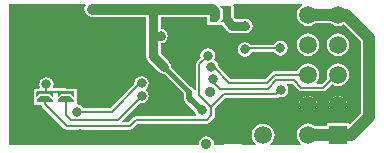
<source format=gbl>
G04 Layer_Physical_Order=2*
G04 Layer_Color=16711680*
%FSLAX25Y25*%
%MOIN*%
G70*
G01*
G75*
%ADD28C,0.01500*%
%ADD29C,0.00800*%
%ADD31C,0.02000*%
%ADD36C,0.03000*%
%ADD37R,0.05906X0.05906*%
%ADD38C,0.05906*%
%ADD39R,0.05906X0.05906*%
%ADD40C,0.03500*%
%ADD41C,0.03200*%
%ADD42C,0.01969*%
%ADD43C,0.02500*%
%ADD44R,0.05512X0.00787*%
%ADD45R,0.00787X0.05512*%
%ADD46C,0.04000*%
%ADD47C,0.03500*%
%ADD48R,0.02362X0.05512*%
G36*
X16536Y18207D02*
X15552Y19193D01*
X12008Y19193D01*
X11024Y18209D01*
X11023Y19685D01*
X16536D01*
X16536Y18207D01*
D02*
G37*
G36*
X23623D02*
X22638Y19193D01*
X19094Y19193D01*
X18111Y18209D01*
X18110Y19685D01*
X23622D01*
X23623Y18207D01*
D02*
G37*
G36*
X16535Y17028D02*
X11023D01*
X12303Y18307D01*
X15256D01*
X16535Y17028D01*
D02*
G37*
G36*
X23622D02*
X18110D01*
X19390Y18307D01*
X22342D01*
X23622Y17028D01*
D02*
G37*
G36*
X99490Y49142D02*
X99582Y48713D01*
X98898Y48188D01*
X98297Y47404D01*
X97919Y46492D01*
X97790Y45512D01*
X97919Y44532D01*
X98297Y43619D01*
X98898Y42835D01*
X99682Y42234D01*
X100595Y41856D01*
X101575Y41727D01*
X102555Y41856D01*
X103467Y42234D01*
X104059Y42688D01*
X109091D01*
X109682Y42234D01*
X110595Y41856D01*
X111575Y41727D01*
X112555Y41856D01*
X113467Y42234D01*
X113526Y42279D01*
X119223Y36583D01*
Y12681D01*
X115666Y9124D01*
X115328Y9265D01*
Y9265D01*
X107822D01*
Y8336D01*
X104059D01*
X103467Y8790D01*
X102555Y9168D01*
X101575Y9297D01*
X100595Y9168D01*
X99682Y8790D01*
X98898Y8188D01*
X98297Y7404D01*
X97919Y6492D01*
X97790Y5512D01*
X97919Y4532D01*
X98297Y3619D01*
X98898Y2835D01*
X99376Y2468D01*
X99207Y1969D01*
X89130D01*
X88961Y2468D01*
X89320Y2745D01*
X89922Y3528D01*
X90300Y4441D01*
X90429Y5421D01*
X90300Y6401D01*
X89922Y7314D01*
X89320Y8098D01*
X88537Y8699D01*
X87624Y9077D01*
X86644Y9206D01*
X85664Y9077D01*
X84751Y8699D01*
X83967Y8098D01*
X83366Y7314D01*
X82988Y6401D01*
X82859Y5421D01*
X82988Y4441D01*
X83366Y3528D01*
X83967Y2745D01*
X84327Y2468D01*
X84158Y1969D01*
X79597D01*
X79597Y2468D01*
X79597Y2468D01*
Y4921D01*
X73691D01*
Y2468D01*
X73691Y2468D01*
X73691Y1969D01*
X70632D01*
X70315Y2355D01*
X70316Y2362D01*
X70119Y3357D01*
X69555Y4201D01*
X68712Y4764D01*
X67716Y4962D01*
X66722Y4764D01*
X65878Y4201D01*
X65315Y3357D01*
X65117Y2362D01*
X65118Y2355D01*
X64801Y1969D01*
X1969D01*
Y49213D01*
X27213D01*
X27481Y48713D01*
X27218Y48320D01*
X27020Y47325D01*
X27218Y46330D01*
X27782Y45486D01*
X28625Y44923D01*
X29620Y44725D01*
X47725D01*
Y38441D01*
Y31625D01*
X47903Y30727D01*
X48412Y29967D01*
X51962Y26417D01*
X52723Y25908D01*
X53620Y25730D01*
X53712Y25748D01*
X60165Y19295D01*
Y17695D01*
X60304Y16993D01*
X60702Y16397D01*
X63710Y13389D01*
X63859Y12638D01*
X64213Y12110D01*
X63945Y11610D01*
X44181D01*
X43713Y11517D01*
X43316Y11251D01*
X41663Y9598D01*
X39730D01*
X39539Y10060D01*
X45538Y16060D01*
X46136Y15941D01*
X47072Y16127D01*
X47866Y16657D01*
X48397Y17451D01*
X48583Y18388D01*
X48397Y19324D01*
X47866Y20118D01*
X47689Y20237D01*
Y20737D01*
X47850Y20844D01*
X48381Y21638D01*
X48567Y22575D01*
X48381Y23511D01*
X47850Y24305D01*
X47056Y24836D01*
X46120Y25022D01*
X45184Y24836D01*
X44390Y24305D01*
X43859Y23511D01*
X43673Y22575D01*
X43709Y22394D01*
X35741Y14426D01*
X26675D01*
X26337Y14933D01*
X25543Y15464D01*
X24606Y15650D01*
X24422Y15801D01*
Y16949D01*
X24438Y17028D01*
X24422Y17106D01*
Y17828D01*
X24422D01*
X24438Y18207D01*
X24438Y18207D01*
X24438Y18207D01*
X24438Y18321D01*
X24438Y19685D01*
X24422Y19765D01*
Y20879D01*
X21016D01*
X20866Y20909D01*
X16910D01*
X16648Y21409D01*
X16817Y22259D01*
X16631Y23195D01*
X16100Y23989D01*
X15306Y24520D01*
X14370Y24706D01*
X13434Y24520D01*
X12640Y23989D01*
X12109Y23195D01*
X11923Y22259D01*
X12098Y21379D01*
X12058Y21221D01*
X11875Y20879D01*
X10224D01*
Y19765D01*
X10208Y19685D01*
X10208Y19685D01*
X10208Y19685D01*
X10208Y18209D01*
X10208Y18209D01*
X10223Y17828D01*
X10223Y17828D01*
Y17106D01*
X10208Y17028D01*
X10223Y16949D01*
Y15440D01*
X12617D01*
X12649Y15280D01*
X12914Y14883D01*
X20288Y7510D01*
X20685Y7244D01*
X21153Y7151D01*
X42170D01*
X42638Y7244D01*
X43035Y7510D01*
X44688Y9163D01*
X67796D01*
X68265Y9256D01*
X68661Y9521D01*
X70223Y11082D01*
X70488Y11479D01*
X70581Y11947D01*
Y14330D01*
X73940Y17689D01*
X90960D01*
X91428Y17783D01*
X91825Y18048D01*
X91922Y18144D01*
X92520Y18025D01*
X93456Y18212D01*
X94250Y18742D01*
X94780Y19536D01*
X94967Y20472D01*
X94780Y21409D01*
X94453Y21899D01*
X94721Y22399D01*
X96336D01*
X98425Y20310D01*
X98822Y20044D01*
X99290Y19951D01*
X106737D01*
X107206Y20044D01*
X107603Y20310D01*
X109594Y22301D01*
X109682Y22234D01*
X110595Y21856D01*
X111575Y21727D01*
X112555Y21856D01*
X113467Y22234D01*
X114251Y22835D01*
X114853Y23619D01*
X115231Y24532D01*
X115360Y25512D01*
X115231Y26491D01*
X114853Y27404D01*
X114251Y28188D01*
X113467Y28790D01*
X112555Y29168D01*
X111575Y29297D01*
X110595Y29168D01*
X109682Y28790D01*
X108898Y28188D01*
X108297Y27404D01*
X107919Y26491D01*
X107790Y25512D01*
X107919Y24532D01*
X108049Y24217D01*
X106231Y22398D01*
X104418D01*
X104300Y22898D01*
X104853Y23619D01*
X105231Y24532D01*
X105360Y25512D01*
X105231Y26491D01*
X104853Y27404D01*
X104251Y28188D01*
X103467Y28790D01*
X102555Y29168D01*
X101575Y29297D01*
X100595Y29168D01*
X99682Y28790D01*
X98898Y28188D01*
X98297Y27404D01*
X98020Y26735D01*
X90569D01*
X90101Y26642D01*
X89704Y26377D01*
X87375Y24048D01*
X75713D01*
X71813Y27949D01*
X71817Y27968D01*
X71631Y28905D01*
X71100Y29699D01*
X70456Y30130D01*
X70318Y30698D01*
X70450Y30895D01*
X70636Y31832D01*
X70450Y32768D01*
X69919Y33562D01*
X69125Y34093D01*
X68189Y34279D01*
X67252Y34093D01*
X66459Y33562D01*
X65928Y32768D01*
X65742Y31832D01*
X65861Y31234D01*
X64505Y29878D01*
X64240Y29481D01*
X64147Y29013D01*
Y20554D01*
X63955Y20487D01*
X63647Y20470D01*
X63298Y20993D01*
X62702Y21390D01*
X62499Y21431D01*
X55947Y27983D01*
X55965Y28075D01*
X55787Y28972D01*
X55278Y29733D01*
X52415Y32596D01*
Y35936D01*
X52486Y35994D01*
X53423Y36180D01*
X54217Y36711D01*
X54747Y37505D01*
X54933Y38441D01*
X54747Y39378D01*
X54217Y40171D01*
X53423Y40702D01*
X52486Y40888D01*
X52415Y40947D01*
Y44725D01*
X67787D01*
Y42913D01*
X67849Y42601D01*
X68026Y42337D01*
X68290Y42160D01*
X68602Y42098D01*
X70965D01*
X71045Y42114D01*
X71764D01*
Y42114D01*
X72144Y42097D01*
X72144Y42097D01*
X72145Y42097D01*
X72258Y42097D01*
X72850Y42097D01*
X73158Y41636D01*
X74357Y40437D01*
X74648Y40002D01*
X75441Y39472D01*
X76378Y39285D01*
X76890Y39387D01*
X80196D01*
X80709Y39285D01*
X81645Y39472D01*
X82439Y40002D01*
X82969Y40796D01*
X83156Y41732D01*
X82969Y42669D01*
X82439Y43463D01*
X81645Y43993D01*
X80709Y44179D01*
X80196Y44077D01*
X77349D01*
X76800Y44627D01*
Y48425D01*
X76743Y48713D01*
X76741Y48743D01*
X77022Y49213D01*
X99452D01*
X99490Y49142D01*
D02*
G37*
G36*
X73622Y42913D02*
X72144Y42913D01*
X73130Y43897D01*
X73130Y47441D01*
X72146Y48425D01*
X73622Y48425D01*
Y42913D01*
D02*
G37*
G36*
X72244Y47146D02*
Y44193D01*
X70965Y42914D01*
Y48425D01*
X72244Y47146D01*
D02*
G37*
%LPC*%
G36*
X111075Y15012D02*
X108662D01*
X108698Y14741D01*
X108996Y14023D01*
X109469Y13406D01*
X110086Y12933D01*
X110804Y12635D01*
X111075Y12599D01*
Y15012D01*
D02*
G37*
G36*
X104487D02*
X102075D01*
Y12599D01*
X102346Y12635D01*
X103064Y12933D01*
X103681Y13406D01*
X104154Y14023D01*
X104452Y14741D01*
X104487Y15012D01*
D02*
G37*
G36*
X114487D02*
X112075D01*
Y12599D01*
X112346Y12635D01*
X113064Y12933D01*
X113681Y13406D01*
X114154Y14023D01*
X114452Y14741D01*
X114487Y15012D01*
D02*
G37*
G36*
X101075D02*
X98662D01*
X98698Y14741D01*
X98996Y14023D01*
X99469Y13406D01*
X100086Y12933D01*
X100804Y12635D01*
X101075Y12599D01*
Y15012D01*
D02*
G37*
G36*
X79597Y8374D02*
X77144D01*
Y5921D01*
X79597D01*
Y8374D01*
D02*
G37*
G36*
X76144D02*
X73691D01*
Y5921D01*
X76144D01*
Y8374D01*
D02*
G37*
G36*
X101075Y18424D02*
X100804Y18389D01*
X100086Y18091D01*
X99469Y17618D01*
X98996Y17001D01*
X98698Y16283D01*
X98662Y16012D01*
X101075D01*
Y18424D01*
D02*
G37*
G36*
X92370Y36772D02*
X91434Y36586D01*
X90640Y36055D01*
X90301Y35548D01*
X82335D01*
X82272Y35643D01*
X81478Y36173D01*
X80541Y36359D01*
X79605Y36173D01*
X78811Y35643D01*
X78281Y34849D01*
X78094Y33912D01*
X78281Y32976D01*
X78811Y32182D01*
X79605Y31651D01*
X80541Y31465D01*
X81478Y31651D01*
X82272Y32182D01*
X82802Y32976D01*
X82827Y33101D01*
X90301D01*
X90640Y32594D01*
X91434Y32064D01*
X92370Y31878D01*
X93306Y32064D01*
X94100Y32594D01*
X94631Y33388D01*
X94817Y34325D01*
X94631Y35261D01*
X94100Y36055D01*
X93306Y36586D01*
X92370Y36772D01*
D02*
G37*
G36*
X101575Y39297D02*
X100595Y39168D01*
X99682Y38790D01*
X98898Y38188D01*
X98297Y37404D01*
X97919Y36492D01*
X97790Y35512D01*
X97919Y34532D01*
X98297Y33619D01*
X98898Y32835D01*
X99682Y32234D01*
X100595Y31856D01*
X101575Y31727D01*
X102555Y31856D01*
X103467Y32234D01*
X104251Y32835D01*
X104853Y33619D01*
X105231Y34532D01*
X105360Y35512D01*
X105231Y36492D01*
X104853Y37404D01*
X104251Y38188D01*
X103467Y38790D01*
X102555Y39168D01*
X101575Y39297D01*
D02*
G37*
G36*
X111575D02*
X110595Y39168D01*
X109682Y38790D01*
X108898Y38188D01*
X108297Y37404D01*
X107919Y36492D01*
X107790Y35512D01*
X107919Y34532D01*
X108297Y33619D01*
X108898Y32835D01*
X109682Y32234D01*
X110595Y31856D01*
X111575Y31727D01*
X112555Y31856D01*
X113467Y32234D01*
X114251Y32835D01*
X114853Y33619D01*
X115231Y34532D01*
X115360Y35512D01*
X115231Y36492D01*
X114853Y37404D01*
X114251Y38188D01*
X113467Y38790D01*
X112555Y39168D01*
X111575Y39297D01*
D02*
G37*
G36*
X111075Y18424D02*
X110804Y18389D01*
X110086Y18091D01*
X109469Y17618D01*
X108996Y17001D01*
X108698Y16283D01*
X108662Y16012D01*
X111075D01*
Y18424D01*
D02*
G37*
G36*
X102075D02*
Y16012D01*
X104487D01*
X104452Y16283D01*
X104154Y17001D01*
X103681Y17618D01*
X103064Y18091D01*
X102346Y18389D01*
X102075Y18424D01*
D02*
G37*
G36*
X112075D02*
Y16012D01*
X114487D01*
X114452Y16283D01*
X114154Y17001D01*
X113681Y17618D01*
X113064Y18091D01*
X112346Y18389D01*
X112075Y18424D01*
D02*
G37*
%LPD*%
D28*
X53620Y28075D02*
X62000Y19695D01*
D29*
X42170Y8375D02*
X44181Y10386D01*
X36248Y13203D02*
X45620Y22575D01*
X24606Y13203D02*
X36248D01*
X22460Y10403D02*
X38151D01*
X20866Y11997D02*
X22460Y10403D01*
X13779Y16634D02*
Y17028D01*
Y15748D02*
Y16634D01*
Y15748D02*
X21153Y8375D01*
X42170D01*
X13780Y19685D02*
X20866D01*
X13780D02*
X14370Y20276D01*
Y22259D01*
X87882Y22825D02*
X90569Y25512D01*
X90942Y23622D02*
X96843D01*
X90960Y18913D02*
X92520Y20472D01*
X88186Y20866D02*
X90942Y23622D01*
X90569Y25512D02*
X101575D01*
X96843Y23622D02*
X99290Y21175D01*
X106737D01*
X111075Y25512D01*
X81554Y34325D02*
X92370D01*
X45620Y22575D02*
X46120D01*
X38151Y10403D02*
X46136Y18388D01*
X20866Y11997D02*
Y17028D01*
X80714Y33485D02*
X81554Y34325D01*
X65370Y18825D02*
Y29013D01*
Y18825D02*
X69358Y14837D01*
X44181Y10386D02*
X67796D01*
X69358Y11947D01*
Y14837D01*
X69358D01*
X73434Y18913D01*
X90960D01*
X72095Y20866D02*
X88186D01*
X65370Y29013D02*
X68189Y31832D01*
X69386Y23575D02*
X72095Y20866D01*
X70457Y27575D02*
X75207Y22825D01*
X87882D01*
X69370Y27575D02*
X70457D01*
D31*
X62000Y17695D02*
X66120Y13575D01*
X62000Y17695D02*
Y19695D01*
D36*
X50070Y38441D02*
Y47325D01*
X70571Y45884D02*
Y46747D01*
X50070Y38441D02*
X52486D01*
X50070Y31625D02*
Y38441D01*
Y31625D02*
X53620Y28075D01*
X76378Y41732D02*
X80709D01*
X74816Y43295D02*
X76378Y41732D01*
D37*
X76644Y5421D02*
D03*
D38*
X86644D02*
D03*
X101575Y5512D02*
D03*
X111575Y15512D02*
D03*
X101575D02*
D03*
X111575Y25512D02*
D03*
X101575D02*
D03*
X111575Y35512D02*
D03*
X101575D02*
D03*
X111575Y45512D02*
D03*
X101575D02*
D03*
D39*
X111575Y5512D02*
D03*
D40*
X67716Y2362D02*
D03*
X68976Y19575D02*
D03*
D41*
X44463Y47325D02*
D03*
X14120Y27322D02*
D03*
X8495Y42825D02*
D03*
X8370Y7075D02*
D03*
X46136Y18388D02*
D03*
X52486Y38441D02*
D03*
X64370Y42884D02*
D03*
X32480Y24606D02*
D03*
X36417D02*
D03*
X36589Y19372D02*
D03*
X46801Y5825D02*
D03*
X25620Y5575D02*
D03*
X32652Y19372D02*
D03*
X24606Y13203D02*
D03*
X14370Y22259D02*
D03*
X26844Y38842D02*
D03*
X66120Y13575D02*
D03*
X71820Y39084D02*
D03*
X80709Y41732D02*
D03*
X92520Y20472D02*
D03*
X92370Y34325D02*
D03*
X29620Y47325D02*
D03*
X46120Y22575D02*
D03*
X80541Y33912D02*
D03*
X76378Y41732D02*
D03*
X68189Y31832D02*
D03*
X69370Y27968D02*
D03*
X69779Y23968D02*
D03*
D42*
X86120Y25400D02*
D03*
X82970D02*
D03*
D43*
X61620Y24075D02*
D03*
X57620Y28075D02*
D03*
Y20075D02*
D03*
X53620Y24075D02*
D03*
D44*
X20866Y16634D02*
D03*
X20866Y19685D02*
D03*
X13780D02*
D03*
X13779Y16634D02*
D03*
D45*
X70571Y45669D02*
D03*
X73622Y45669D02*
D03*
D46*
X114288Y45512D02*
X122047Y37753D01*
Y11511D02*
Y37753D01*
X116048Y5512D02*
X122047Y11511D01*
X101575Y45512D02*
X111575D01*
X114288D01*
X101575Y5512D02*
X111575D01*
X116048D01*
D47*
X44463Y47325D02*
X50070D01*
X69640D01*
X70394Y46571D01*
X29620Y47325D02*
X44463D01*
D48*
X74803Y45669D02*
D03*
X69784Y45669D02*
D03*
M02*

</source>
